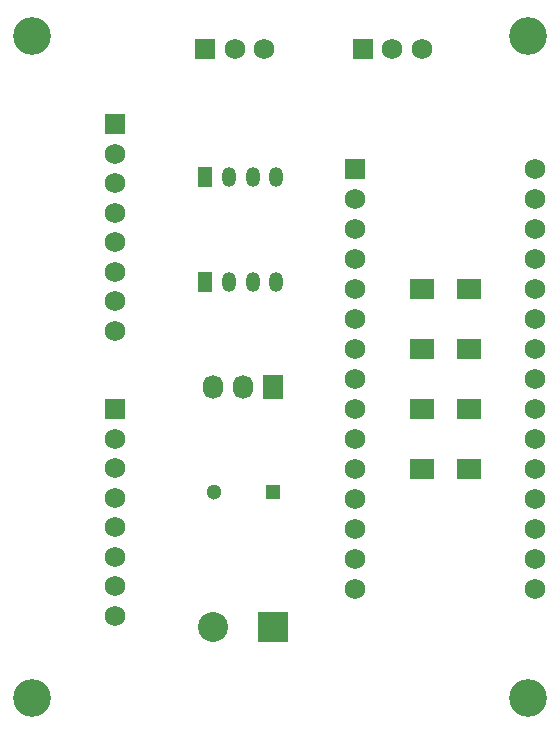
<source format=gbr>
G04 #@! TF.FileFunction,Soldermask,Top*
%FSLAX46Y46*%
G04 Gerber Fmt 4.6, Leading zero omitted, Abs format (unit mm)*
G04 Created by KiCad (PCBNEW 4.0.3+e1-6302~38~ubuntu15.04.1-stable) date Thu Aug 18 22:44:53 2016*
%MOMM*%
%LPD*%
G01*
G04 APERTURE LIST*
%ADD10C,0.100000*%
%ADD11R,1.727200X1.727200*%
%ADD12C,1.727200*%
%ADD13R,1.300000X1.300000*%
%ADD14C,1.300000*%
%ADD15R,1.750000X1.750000*%
%ADD16C,1.750000*%
%ADD17R,1.727200X2.032000*%
%ADD18O,1.727200X2.032000*%
%ADD19R,1.200000X1.700000*%
%ADD20O,1.200000X1.700000*%
%ADD21R,2.540000X2.540000*%
%ADD22C,2.540000*%
%ADD23R,2.000000X1.700000*%
%ADD24C,3.200000*%
G04 APERTURE END LIST*
D10*
D11*
X86360000Y-55245000D03*
D12*
X86360000Y-57785000D03*
X86360000Y-60325000D03*
X86360000Y-62865000D03*
X86360000Y-65405000D03*
X86360000Y-67945000D03*
X86360000Y-70485000D03*
X86360000Y-73025000D03*
X86360000Y-75565000D03*
X86360000Y-78105000D03*
X86360000Y-80645000D03*
X86360000Y-83185000D03*
X86360000Y-85725000D03*
X86360000Y-88265000D03*
X86360000Y-90805000D03*
X101600000Y-90805000D03*
X101600000Y-88265000D03*
X101600000Y-85725000D03*
X101600000Y-83185000D03*
X101600000Y-80645000D03*
X101600000Y-78105000D03*
X101600000Y-75565000D03*
X101600000Y-73025000D03*
X101600000Y-70485000D03*
X101600000Y-67945000D03*
X101600000Y-65405000D03*
X101600000Y-62865000D03*
X101600000Y-60325000D03*
X101600000Y-57785000D03*
X101600000Y-55245000D03*
D13*
X79375000Y-82550000D03*
D14*
X74375000Y-82550000D03*
D15*
X66040000Y-51435000D03*
D16*
X66040000Y-53935000D03*
X66040000Y-56435000D03*
X66040000Y-58935000D03*
X66040000Y-61435000D03*
X66040000Y-63935000D03*
X66040000Y-66435000D03*
X66040000Y-68935000D03*
D15*
X66040000Y-75565000D03*
D16*
X66040000Y-78065000D03*
X66040000Y-80565000D03*
X66040000Y-83065000D03*
X66040000Y-85565000D03*
X66040000Y-88065000D03*
X66040000Y-90565000D03*
X66040000Y-93065000D03*
D17*
X79375000Y-73660000D03*
D18*
X76835000Y-73660000D03*
X74295000Y-73660000D03*
D19*
X73660000Y-55880000D03*
D20*
X75660000Y-55880000D03*
X77660000Y-55880000D03*
X79660000Y-55880000D03*
D19*
X73660000Y-64770000D03*
D20*
X75660000Y-64770000D03*
X77660000Y-64770000D03*
X79660000Y-64770000D03*
D21*
X79375000Y-93980000D03*
D22*
X74295000Y-93980000D03*
D23*
X95980000Y-80645000D03*
X91980000Y-80645000D03*
X95980000Y-75565000D03*
X91980000Y-75565000D03*
X95980000Y-70485000D03*
X91980000Y-70485000D03*
X95980000Y-65405000D03*
X91980000Y-65405000D03*
D15*
X73660000Y-45085000D03*
D16*
X76160000Y-45085000D03*
X78660000Y-45085000D03*
D15*
X86995000Y-45085000D03*
D16*
X89495000Y-45085000D03*
X91995000Y-45085000D03*
D24*
X59000000Y-44000000D03*
X101000000Y-44000000D03*
X59000000Y-100000000D03*
X101000000Y-100000000D03*
M02*

</source>
